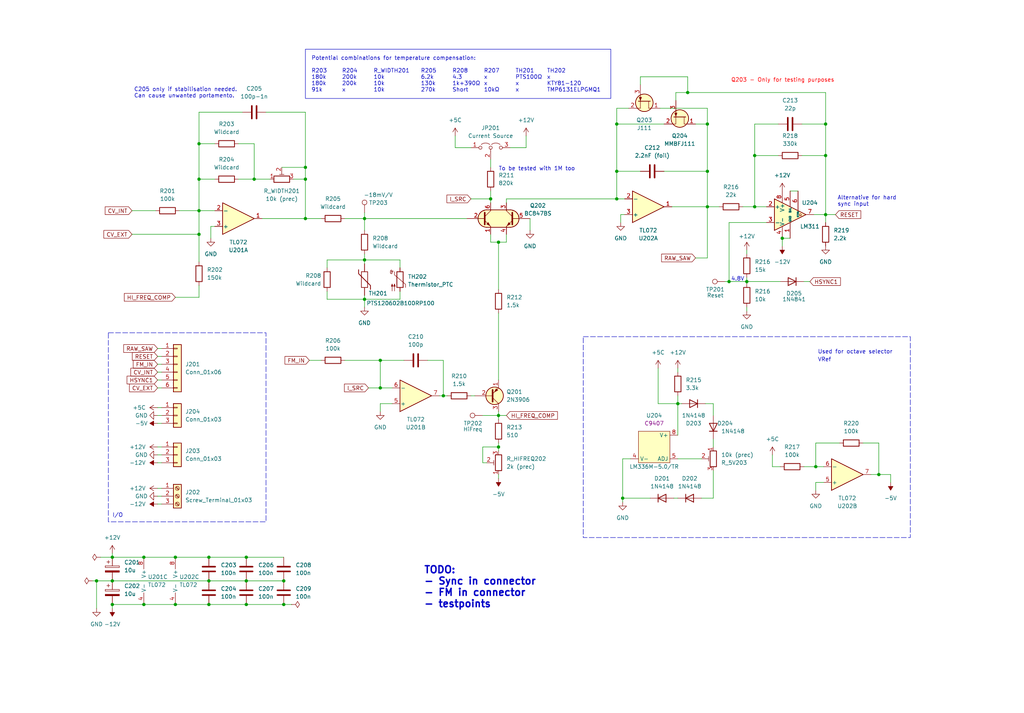
<source format=kicad_sch>
(kicad_sch (version 20230121) (generator eeschema)
  (paper "User" 329.997 229.997)
  (title_block (title "VCO Core") (rev "proto v2"))
  (junction (at 64.135 67.945))
  (junction (at 117.475 96.52))
  (junction (at 98.425 70.485))
  (junction (at 158.115 64.135))
  (junction (at 122.555 116.205))
  (junction (at 200.66 160.655))
  (junction (at 46.355 179.705))
  (junction (at 283.21 153.035))
  (junction (at 98.425 57.785))
  (junction (at 243.205 66.675))
  (junction (at 56.515 194.945))
  (junction (at 31.115 187.325))
  (junction (at 117.475 83.82))
  (junction (at 266.065 50.165))
  (junction (at 122.555 125.095))
  (junction (at 67.31 194.945))
  (junction (at 240.665 90.805))
  (junction (at 91.44 187.325))
  (junction (at 79.375 187.325))
  (junction (at 227.965 40.005))
  (junction (at 234.95 90.805))
  (junction (at 252.095 76.835))
  (junction (at 79.375 194.945))
  (junction (at 56.515 179.705))
  (junction (at 36.195 179.705))
  (junction (at 64.135 75.565))
  (junction (at 266.065 69.215))
  (junction (at 67.31 187.325))
  (junction (at 160.655 133.985))
  (junction (at 160.655 144.145))
  (junction (at 98.425 53.975))
  (junction (at 117.475 70.485))
  (junction (at 46.355 194.945))
  (junction (at 64.135 46.355))
  (junction (at 81.915 57.785))
  (junction (at 142.875 127.635))
  (junction (at 91.44 194.945))
  (junction (at 262.89 150.495))
  (junction (at 221.615 29.845))
  (junction (at 243.205 50.165))
  (junction (at 79.375 179.705))
  (junction (at 266.065 40.005))
  (junction (at 198.755 55.245))
  (junction (at 198.755 64.135))
  (junction (at 198.755 40.005))
  (junction (at 36.195 187.325))
  (junction (at 64.135 57.785))
  (junction (at 218.44 130.175))
  (junction (at 36.195 194.945))
  (junction (at 227.965 66.675))
  (junction (at 67.31 179.705))
  (junction (at 227.965 55.245))
  (junction (at 160.655 78.105))
  (wire (pts (xy 50.8 146.685) (xy 52.07 146.685)))
  (wire (pts (xy 117.475 70.485) (xy 150.495 70.485)))
  (wire (pts (xy 221.615 24.765) (xy 206.375 24.765)))
  (wire (pts (xy 243.205 66.675) (xy 247.015 66.675)))
  (wire (pts (xy 218.44 147.955) (xy 226.06 147.955)))
  (wire (pts (xy 36.195 179.705) (xy 46.355 179.705)))
  (wire (pts (xy 117.475 96.52) (xy 128.905 96.52)))
  (wire (pts (xy 270.51 142.875) (xy 262.89 142.875)))
  (wire (pts (xy 128.905 96.52) (xy 128.905 93.98)))
  (wire (pts (xy 98.425 53.975) (xy 98.425 57.785)))
  (wire (pts (xy 67.31 179.705) (xy 79.375 179.705)))
  (wire (pts (xy 50.8 114.935) (xy 52.07 114.935)))
  (wire (pts (xy 206.375 24.765) (xy 206.375 27.305)))
  (wire (pts (xy 50.8 144.145) (xy 52.07 144.145)))
  (wire (pts (xy 198.755 64.135) (xy 201.295 64.135)))
  (wire (pts (xy 240.665 80.645) (xy 240.665 81.915)))
  (wire (pts (xy 227.965 40.005) (xy 227.965 55.245)))
  (wire (pts (xy 137.795 116.205) (xy 142.875 116.205)))
  (wire (pts (xy 200.66 160.655) (xy 209.55 160.655)))
  (wire (pts (xy 258.445 40.005) (xy 266.065 40.005)))
  (wire (pts (xy 227.965 34.925) (xy 227.965 40.005)))
  (wire (pts (xy 64.135 75.565) (xy 64.135 67.945)))
  (wire (pts (xy 31.115 187.325) (xy 36.195 187.325)))
  (wire (pts (xy 160.655 133.985) (xy 160.655 135.255)))
  (wire (pts (xy 218.44 130.175) (xy 219.71 130.175)))
  (wire (pts (xy 52.07 122.555) (xy 50.8 122.555)))
  (wire (pts (xy 111.125 116.205) (xy 122.555 116.205)))
  (wire (pts (xy 227.965 83.185) (xy 224.155 83.185)))
  (wire (pts (xy 170.815 70.485) (xy 170.815 74.295)))
  (wire (pts (xy 50.8 157.48) (xy 52.07 157.48)))
  (wire (pts (xy 105.41 86.36) (xy 105.41 83.82)))
  (wire (pts (xy 50.8 112.395) (xy 52.07 112.395)))
  (wire (pts (xy 287.02 155.575) (xy 287.02 153.035)))
  (wire (pts (xy 233.68 90.805) (xy 234.95 90.805)))
  (wire (pts (xy 98.425 70.485) (xy 103.505 70.485)))
  (wire (pts (xy 203.2 147.955) (xy 200.66 147.955)))
  (wire (pts (xy 243.205 50.165) (xy 243.205 66.675)))
  (wire (pts (xy 198.755 34.925) (xy 198.755 40.005)))
  (wire (pts (xy 118.745 125.095) (xy 122.555 125.095)))
  (wire (pts (xy 163.195 75.565) (xy 163.195 78.105)))
  (wire (pts (xy 234.95 90.805) (xy 240.665 90.805)))
  (wire (pts (xy 122.555 130.175) (xy 122.555 132.715)))
  (wire (pts (xy 266.065 40.005) (xy 266.065 50.165)))
  (wire (pts (xy 227.965 66.675) (xy 231.775 66.675)))
  (wire (pts (xy 29.845 187.325) (xy 31.115 187.325)))
  (wire (pts (xy 169.545 43.815) (xy 169.545 47.625)))
  (wire (pts (xy 234.95 71.755) (xy 234.95 90.805)))
  (wire (pts (xy 36.195 194.945) (xy 46.355 194.945)))
  (wire (pts (xy 67.31 187.325) (xy 79.375 187.325)))
  (wire (pts (xy 130.175 116.205) (xy 122.555 116.205)))
  (wire (pts (xy 266.065 50.165) (xy 266.065 69.215)))
  (wire (pts (xy 117.475 96.52) (xy 117.475 95.25)))
  (wire (pts (xy 252.095 76.835) (xy 254.635 76.835)))
  (wire (pts (xy 163.195 65.405) (xy 163.195 64.135)))
  (wire (pts (xy 259.08 150.495) (xy 262.89 150.495)))
  (wire (pts (xy 155.575 133.985) (xy 160.655 133.985)))
  (wire (pts (xy 50.8 125.095) (xy 52.07 125.095)))
  (wire (pts (xy 226.06 160.655) (xy 229.87 160.655)))
  (wire (pts (xy 32.385 179.705) (xy 36.195 179.705)))
  (wire (pts (xy 76.835 46.355) (xy 81.915 46.355)))
  (wire (pts (xy 278.13 142.875) (xy 283.21 142.875)))
  (wire (pts (xy 79.375 187.325) (xy 91.44 187.325)))
  (wire (pts (xy 262.89 150.495) (xy 265.43 150.495)))
  (wire (pts (xy 229.87 130.175) (xy 229.87 133.985)))
  (wire (pts (xy 56.515 194.945) (xy 67.31 194.945)))
  (wire (pts (xy 227.965 55.245) (xy 227.965 66.675)))
  (wire (pts (xy 64.135 95.885) (xy 64.135 92.075)))
  (wire (pts (xy 240.665 99.06) (xy 240.665 100.33)))
  (wire (pts (xy 50.8 133.985) (xy 52.07 133.985)))
  (wire (pts (xy 36.195 178.435) (xy 36.195 179.705)))
  (wire (pts (xy 252.095 79.375) (xy 252.095 76.835)))
  (wire (pts (xy 117.475 99.06) (xy 117.475 96.52)))
  (wire (pts (xy 64.135 57.785) (xy 64.135 67.945)))
  (wire (pts (xy 200.025 69.215) (xy 200.025 71.755)))
  (wire (pts (xy 240.665 89.535) (xy 240.665 90.805)))
  (wire (pts (xy 243.205 40.005) (xy 243.205 50.165)))
  (wire (pts (xy 218.44 140.335) (xy 218.44 130.175)))
  (wire (pts (xy 126.365 130.175) (xy 122.555 130.175)))
  (wire (pts (xy 240.665 90.805) (xy 240.665 91.44)))
  (wire (pts (xy 160.655 142.875) (xy 160.655 144.145)))
  (wire (pts (xy 50.8 136.525) (xy 52.07 136.525)))
  (wire (pts (xy 76.835 57.785) (xy 81.915 57.785)))
  (wire (pts (xy 160.655 144.145) (xy 160.655 145.415)))
  (wire (pts (xy 79.375 179.705) (xy 91.44 179.705)))
  (wire (pts (xy 250.825 50.165) (xy 243.205 50.165)))
  (wire (pts (xy 50.8 160.02) (xy 52.07 160.02)))
  (wire (pts (xy 79.375 194.945) (xy 91.44 194.945)))
  (wire (pts (xy 105.41 96.52) (xy 117.475 96.52)))
  (wire (pts (xy 52.07 162.56) (xy 50.8 162.56)))
  (wire (pts (xy 50.8 131.445) (xy 52.07 131.445)))
  (wire (pts (xy 239.395 66.675) (xy 243.205 66.675)))
  (wire (pts (xy 229.87 151.765) (xy 229.87 160.655)))
  (wire (pts (xy 111.125 70.485) (xy 117.475 70.485)))
  (wire (pts (xy 36.195 187.325) (xy 67.31 187.325)))
  (wire (pts (xy 229.87 141.605) (xy 229.87 144.145)))
  (wire (pts (xy 202.565 34.925) (xy 198.755 34.925)))
  (wire (pts (xy 42.545 67.945) (xy 50.165 67.945)))
  (wire (pts (xy 250.825 40.005) (xy 243.205 40.005)))
  (wire (pts (xy 69.215 46.355) (xy 64.135 46.355)))
  (wire (pts (xy 91.44 194.945) (xy 93.98 194.945)))
  (wire (pts (xy 158.115 61.595) (xy 158.115 64.135)))
  (wire (pts (xy 64.135 57.785) (xy 69.215 57.785)))
  (wire (pts (xy 50.8 117.475) (xy 52.07 117.475)))
  (wire (pts (xy 117.475 68.58) (xy 117.475 70.485)))
  (wire (pts (xy 266.065 69.215) (xy 266.065 71.755)))
  (wire (pts (xy 213.995 55.245) (xy 227.965 55.245)))
  (wire (pts (xy 67.945 73.025) (xy 67.945 76.835)))
  (wire (pts (xy 46.355 179.705) (xy 56.515 179.705)))
  (wire (pts (xy 117.475 83.82) (xy 117.475 85.09)))
  (wire (pts (xy 265.43 155.575) (xy 262.89 155.575)))
  (wire (pts (xy 64.135 67.945) (xy 69.215 67.945)))
  (wire (pts (xy 200.66 147.955) (xy 200.66 160.655)))
  (wire (pts (xy 42.545 75.565) (xy 64.135 75.565)))
  (wire (pts (xy 221.615 29.845) (xy 221.615 24.765)))
  (wire (pts (xy 227.965 66.675) (xy 216.535 66.675)))
  (wire (pts (xy 128.905 83.82) (xy 117.475 83.82)))
  (wire (pts (xy 105.41 96.52) (xy 105.41 93.98)))
  (wire (pts (xy 198.755 40.005) (xy 213.995 40.005)))
  (wire (pts (xy 98.425 70.485) (xy 98.425 57.785)))
  (wire (pts (xy 50.8 120.015) (xy 52.07 120.015)))
  (wire (pts (xy 155.575 144.145) (xy 160.655 144.145)))
  (wire (pts (xy 57.785 67.945) (xy 64.135 67.945)))
  (wire (pts (xy 155.575 149.225) (xy 155.575 144.145)))
  (wire (pts (xy 259.08 90.805) (xy 260.985 90.805)))
  (wire (pts (xy 122.555 125.095) (xy 126.365 125.095)))
  (wire (pts (xy 218.44 118.745) (xy 218.44 120.015)))
  (wire (pts (xy 160.655 100.965) (xy 160.655 122.555)))
  (wire (pts (xy 217.805 29.845) (xy 217.805 32.385)))
  (wire (pts (xy 128.905 86.36) (xy 128.905 83.82)))
  (wire (pts (xy 67.31 194.945) (xy 79.375 194.945)))
  (wire (pts (xy 201.295 69.215) (xy 200.025 69.215)))
  (wire (pts (xy 158.115 78.105) (xy 160.655 78.105)))
  (wire (pts (xy 31.115 196.215) (xy 31.115 187.325)))
  (wire (pts (xy 212.725 34.925) (xy 227.965 34.925)))
  (wire (pts (xy 283.21 153.035) (xy 280.67 153.035)))
  (wire (pts (xy 160.655 132.715) (xy 160.655 133.985)))
  (wire (pts (xy 122.555 116.205) (xy 122.555 125.095)))
  (wire (pts (xy 158.115 51.435) (xy 158.115 53.975)))
  (wire (pts (xy 56.515 95.885) (xy 64.135 95.885)))
  (wire (pts (xy 141.605 127.635) (xy 142.875 127.635)))
  (wire (pts (xy 258.445 50.165) (xy 266.065 50.165)))
  (wire (pts (xy 283.21 142.875) (xy 283.21 153.035)))
  (wire (pts (xy 262.89 155.575) (xy 262.89 158.115)))
  (wire (pts (xy 198.755 55.245) (xy 198.755 64.135)))
  (wire (pts (xy 248.92 146.685) (xy 248.92 150.495)))
  (wire (pts (xy 240.665 90.805) (xy 251.46 90.805)))
  (wire (pts (xy 254.635 61.595) (xy 257.175 61.595)))
  (wire (pts (xy 248.92 150.495) (xy 251.46 150.495)))
  (wire (pts (xy 117.475 81.915) (xy 117.475 83.82)))
  (wire (pts (xy 105.41 83.82) (xy 117.475 83.82)))
  (wire (pts (xy 200.66 160.655) (xy 200.66 161.925)))
  (wire (pts (xy 160.655 78.105) (xy 163.195 78.105)))
  (wire (pts (xy 46.355 194.945) (xy 56.515 194.945)))
  (wire (pts (xy 64.135 36.195) (xy 64.135 46.355)))
  (wire (pts (xy 36.195 194.945) (xy 36.195 196.215)))
  (wire (pts (xy 142.875 116.205) (xy 142.875 127.635)))
  (wire (pts (xy 64.135 75.565) (xy 64.135 84.455)))
  (wire (pts (xy 224.155 40.005) (xy 227.965 40.005)))
  (wire (pts (xy 266.065 69.215) (xy 269.24 69.215)))
  (wire (pts (xy 158.115 64.135) (xy 158.115 65.405)))
  (wire (pts (xy 266.065 69.215) (xy 262.255 69.215)))
  (wire (pts (xy 234.95 71.755) (xy 247.015 71.755)))
  (wire (pts (xy 266.065 40.005) (xy 266.065 29.845)))
  (wire (pts (xy 217.17 160.655) (xy 218.44 160.655)))
  (wire (pts (xy 64.135 46.355) (xy 64.135 57.785)))
  (wire (pts (xy 218.44 127.635) (xy 218.44 130.175)))
  (wire (pts (xy 98.425 57.785) (xy 94.615 57.785)))
  (wire (pts (xy 142.875 127.635) (xy 144.145 127.635)))
  (wire (pts (xy 146.685 43.815) (xy 146.685 47.625)))
  (wire (pts (xy 169.545 47.625) (xy 164.465 47.625)))
  (wire (pts (xy 81.915 57.785) (xy 86.995 57.785)))
  (wire (pts (xy 198.755 40.005) (xy 198.755 55.245)))
  (wire (pts (xy 56.515 179.705) (xy 67.31 179.705)))
  (wire (pts (xy 50.8 149.225) (xy 52.07 149.225)))
  (wire (pts (xy 287.02 153.035) (xy 283.21 153.035)))
  (wire (pts (xy 158.115 75.565) (xy 158.115 78.105)))
  (wire (pts (xy 212.09 130.175) (xy 218.44 130.175)))
  (wire (pts (xy 117.475 70.485) (xy 117.475 74.295)))
  (wire (pts (xy 85.725 36.195) (xy 98.425 36.195)))
  (wire (pts (xy 227.33 130.175) (xy 229.87 130.175)))
  (wire (pts (xy 151.765 127.635) (xy 153.035 127.635)))
  (wire (pts (xy 160.655 133.985) (xy 163.195 133.985)))
  (wire (pts (xy 99.695 116.205) (xy 103.505 116.205)))
  (wire (pts (xy 206.375 55.245) (xy 198.755 55.245)))
  (wire (pts (xy 90.805 53.975) (xy 98.425 53.975)))
  (wire (pts (xy 262.89 142.875) (xy 262.89 150.495)))
  (wire (pts (xy 160.655 153.035) (xy 160.655 154.305)))
  (wire (pts (xy 84.455 70.485) (xy 98.425 70.485)))
  (wire (pts (xy 156.845 149.225) (xy 155.575 149.225)))
  (wire (pts (xy 217.805 29.845) (xy 221.615 29.845)))
  (wire (pts (xy 69.215 73.025) (xy 67.945 73.025)))
  (wire (pts (xy 212.09 118.745) (xy 212.09 130.175)))
  (wire (pts (xy 146.685 47.625) (xy 151.765 47.625)))
  (wire (pts (xy 81.915 46.355) (xy 81.915 57.785)))
  (wire (pts (xy 221.615 29.845) (xy 266.065 29.845)))
  (wire (pts (xy 227.965 66.675) (xy 227.965 83.185)))
  (wire (pts (xy 163.195 64.135) (xy 198.755 64.135)))
  (wire (pts (xy 151.765 64.135) (xy 158.115 64.135)))
  (wire (pts (xy 78.105 36.195) (xy 64.135 36.195)))
  (wire (pts (xy 98.425 36.195) (xy 98.425 53.975)))
  (wire (pts (xy 160.655 78.105) (xy 160.655 93.345)))
  (rectangle (start 187.96 108.585) (end 293.37 173.355) (stroke (width 0) (type dash)))
  (rectangle (start 98.425 15.875) (end 196.85 31.75))
  (rectangle (start 34.925 107.315) (end 85.725 168.275) (stroke (width 0) (type dash)))
  (text "TODO:\n- Sync in connector\n- FM in connector\n- testpoints" (at 136.525 196.215 0) (effects (font (size 2.27 2.27) (thickness 0.454) bold) (justify left bottom)))
  (text "Alternative for hard \nsync input" (at 269.875 66.675 0) (effects (font (size 1.27 1.27)) (justify left bottom)))
  (text "C205 only if stabilisation needed.\nCan cause unwanted portamento." (at 43.18 31.75 0) (effects (font (size 1.27 1.27)) (justify left bottom)))
  (text "Q203 - Only for testing purposes" (at 235.585 26.67 0) (effects (font (size 1.27 1.27)) (justify left bottom)))
  (text "VRef" (at 263.525 116.84 0) (effects (font (size 1.27 1.27)) (justify left bottom)))
  (text "To be tested with 1M too" (at 160.655 55.245 0) (effects (font (size 1.27 1.27)) (justify left bottom)))
  (text "I/O" (at 36.195 167.005 0) (effects (font (size 1.27 1.27)) (justify left bottom)))
  (text "4.8V" (at 235.585 90.805 0) (effects (font (size 1.27 1.27)) (justify left bottom)))
  (text "Used for octave selector" (at 263.525 114.3 0) (effects (font (size 1.27 1.27)) (justify left bottom)))
  (text "Potential combinations for temperature compensation:\n\nR203	R204	R_WIDTH201	R205	R208	R207	TH201	TH202\n180k	200k	10k			6.2k	4.3		x		PTS100Ω	x\n180k	200k	10k			130k	1k+390Ω	x		x		KTY81-120\n91k		x		10k			270k	Short	10kΩ	x		TMP6131ELPGMQ1" (at 100.33 29.845 0) (effects (font (size 1.27 1.27)) (justify left bottom)))
  (global_label "HI_FREQ_COMP" (shape input) (at 163.195 133.985 0) (property "Intersheetrefs" "${INTERSHEET_REFS}" (effects hide)))
  (global_label "HSYNC1" (shape input) (at 260.985 90.805 0) (property "Intersheetrefs" "${INTERSHEET_REFS}" (effects hide)))
  (global_label "I_SRC" (shape input) (at 151.765 64.135 180) (property "Intersheetrefs" "${INTERSHEET_REFS}" (effects hide)))
  (global_label "RESET" (shape input) (at 269.24 69.215 0) (property "Intersheetrefs" "${INTERSHEET_REFS}" (effects hide)))
  (global_label "CV_INT" (shape input) (at 50.8 120.015 180) (property "Intersheetrefs" "${INTERSHEET_REFS}" (effects hide)))
  (global_label "CV_EXT" (shape input) (at 42.545 75.565 180) (property "Intersheetrefs" "${INTERSHEET_REFS}" (effects hide)))
  (global_label "RESET" (shape input) (at 50.8 114.935 180) (property "Intersheetrefs" "${INTERSHEET_REFS}" (effects hide)))
  (global_label "CV_EXT" (shape input) (at 50.8 125.095 180) (property "Intersheetrefs" "${INTERSHEET_REFS}" (effects hide)))
  (global_label "HSYNC1" (shape input) (at 50.8 122.555 180) (property "Intersheetrefs" "${INTERSHEET_REFS}" (effects hide)))
  (global_label "RAW_SAW" (shape input) (at 50.8 112.395 180) (property "Intersheetrefs" "${INTERSHEET_REFS}" (effects hide)))
  (global_label "FM_IN" (shape input) (at 50.8 117.475 180) (property "Intersheetrefs" "${INTERSHEET_REFS}" (effects hide)))
  (global_label "FM_IN" (shape input) (at 99.695 116.205 180) (property "Intersheetrefs" "${INTERSHEET_REFS}" (effects hide)))
  (global_label "HI_FREQ_COMP" (shape input) (at 56.515 95.885 180) (property "Intersheetrefs" "${INTERSHEET_REFS}" (effects hide)))
  (global_label "I_SRC" (shape input) (at 118.745 125.095 180) (property "Intersheetrefs" "${INTERSHEET_REFS}" (effects hide)))
  (global_label "RAW_SAW" (shape input) (at 224.155 83.185 180) (property "Intersheetrefs" "${INTERSHEET_REFS}" (effects hide)))
  (global_label "CV_INT" (shape input) (at 42.545 67.945 180) (property "Intersheetrefs" "${INTERSHEET_REFS}" (effects hide)))
  (symbol (lib_id "power:-12V") (at 50.8 149.225 90) (unit 1)
    (property "Reference" "#PWR045" (effects hide))
    (property "Value" "-12V" (at 46.99 149.225 90) (effects (justify left)))
    (instances (project "A-psu-voice-proto-4l" (path "" (reference "#PWR045") (unit 1))) (project "psu-voice-v2" (path "" (reference "#PWR0229") (unit 1))) (project "hog-v2-voice-proto" (path "" (reference "#PWR0207") (unit 1))))
  )
  (symbol (lib_id "Device:C") (at 67.31 183.515 0) (unit 1)
    (property "Reference" "C203" (at 71.12 182.245 0) (effects (justify left)))
    (property "Value" "100n" (at 71.12 184.785 0) (effects (justify left)))
    (property "Footprint" "Capacitor_SMD:C_0603_1608Metric" (effects hide))
    (property "LCSC" "C14663" (effects hide))
  )
  (symbol (lib_id "Device:D") (at 255.27 90.805 180) (unit 1) (in_bom no)
    (property "Reference" "D205" (at 255.905 94.615 0))
    (property "Value" "1N4841" (at 255.905 96.52 0))
    (property "Footprint" "Diode_THT:D_DO-35_SOD27_P2.54mm_Vertical_AnodeUp" (effects hide))
    (property "Sim.Device" "D" (effects hide))
    (property "Sim.Pins" "1=K 2=A" (effects hide))
  )
  (symbol (lib_id "Device:R") (at 107.315 70.485 90) (unit 1) (in_bom no)
    (property "Reference" "R205" (at 107.315 64.135 90))
    (property "Value" "Wildcard" (at 107.315 66.675 90))
    (property "Footprint" "Shmoergh_Custom_Footprints:R_Axial_DIN0207_L6.3mm_D2.5mm_P7.62mm_Horizontal" (effects hide))
    (property "Hestore" "https://www.hestore.hu/prod_10020536.html" (effects hide))
  )
  (symbol (lib_id "Device:C") (at 67.31 191.135 0) (unit 1)
    (property "Reference" "C204" (at 71.12 189.865 0) (effects (justify left)))
    (property "Value" "100n" (at 71.12 192.405 0) (effects (justify left)))
    (property "Footprint" "Capacitor_SMD:C_0603_1608Metric" (effects hide))
    (property "LCSC" "C14663" (effects hide))
  )
  (symbol (lib_id "Jumper:Jumper_3_Open") (at 158.115 47.625 0) (unit 1) (in_bom no)
    (property "Reference" "JP201" (at 158.115 41.275 0))
    (property "Value" "Current Source" (at 158.115 43.815 0))
    (property "Footprint" "Connector_PinHeader_2.54mm:PinHeader_1x03_P2.54mm_Vertical" (effects hide))
  )
  (symbol (lib_id "power:GND") (at 31.115 196.215 0) (unit 1)
    (property "Reference" "#PWR039" (effects hide))
    (property "Value" "GND" (at 31.115 201.295 0))
    (instances (project "A-psu-voice-proto-4l" (path "" (reference "#PWR039") (unit 1))) (project "psu-voice-v2" (path "" (reference "#PWR0201") (unit 1))) (project "hog-v2-voice-proto" (path "" (reference "#PWR0201") (unit 1))))
  )
  (symbol (lib_id "PCM_Transistor_BJT_AKL:BC847BS") (at 160.655 70.485 0) (unit 1)
    (property "Reference" "Q202" (at 173.355 66.2941 0))
    (property "Value" "BC847BS" (at 173.355 68.8341 0))
    (property "Footprint" "Package_TO_SOT_SMD:SOT-363_SC-70-6" (effects hide))
    (property "Datasheet" "https://www.tme.eu/Document/82748fbc26f250e671ae2786c3be5a04/BC847BS.115.pdf" (effects hide))
    (property "LCSC" "C699265" (effects hide))
  )
  (symbol (lib_id "Device:R") (at 73.025 57.785 90) (unit 1) (in_bom no)
    (property "Reference" "R204" (at 73.025 51.435 90))
    (property "Value" "Wildcard" (at 73.025 53.975 90))
    (property "Footprint" "Shmoergh_Custom_Footprints:R_Axial_DIN0207_L6.3mm_D2.5mm_P7.62mm_Horizontal" (effects hide))
    (property "Hestore" "https://www.hestore.hu/prod_10020569.html" (effects hide))
  )
  (symbol (lib_id "Device:C") (at 79.375 183.515 0) (unit 1)
    (property "Reference" "C206" (at 83.185 182.245 0) (effects (justify left)))
    (property "Value" "100n" (at 83.185 184.785 0) (effects (justify left)))
    (property "Footprint" "Capacitor_SMD:C_0603_1608Metric" (effects hide))
    (property "LCSC" "C14663" (effects hide))
  )
  (symbol (lib_id "power:GND") (at 117.475 99.06 0) (unit 1)
    (property "Reference" "#PWR049" (effects hide))
    (property "Value" "GND" (at 117.475 104.14 0))
    (instances (project "A-psu-voice-proto-4l" (path "" (reference "#PWR049") (unit 1))) (project "psu-voice-v2" (path "" (reference "#PWR0211") (unit 1))) (project "hog-v2-voice-proto" (path "" (reference "#PWR0211") (unit 1))))
  )
  (symbol (lib_id "Device:R") (at 240.665 85.725 180) (unit 1)
    (property "Reference" "R216" (at 243.205 84.455 0) (effects (justify right)))
    (property "Value" "15k" (at 243.205 86.995 0) (effects (justify right)))
    (property "Footprint" "Resistor_SMD:R_0603_1608Metric" (effects hide))
    (property "LCSC" "C22809" (effects hide))
    (instances (project "A-psu-voice-proto-4l" (path "" (reference "R216") (unit 1))) (project "psu-voice-v2" (path "" (reference "R209") (unit 1))) (project "hog-v2-voice-proto" (path "" (reference "R216") (unit 1))))
  )
  (symbol (lib_id "power:GND") (at 170.815 74.295 0) (unit 1)
    (property "Reference" "#PWR055" (effects hide))
    (property "Value" "GND" (at 170.815 79.375 0))
    (instances (project "A-psu-voice-proto-4l" (path "" (reference "#PWR055") (unit 1))) (project "psu-voice-v2" (path "" (reference "#PWR0216") (unit 1))) (project "hog-v2-voice-proto" (path "" (reference "#PWR0217") (unit 1))))
  )
  (symbol (lib_id "Device:R") (at 235.585 66.675 90) (unit 1)
    (property "Reference" "R216" (at 235.585 60.325 90))
    (property "Value" "22k" (at 235.585 62.865 90))
    (property "Footprint" "Resistor_SMD:R_0603_1608Metric" (effects hide))
    (property "LCSC" "C31850" (effects hide))
    (instances (project "A-psu-voice-proto-4l" (path "" (reference "R216") (unit 1))) (project "psu-voice-v2" (path "" (reference "R215") (unit 1))) (project "hog-v2-voice-proto" (path "" (reference "R216") (unit 1))))
  )
  (symbol (lib_id "Device:R_Potentiometer_Trim") (at 160.655 149.225 180) (unit 1) (in_bom no)
    (property "Reference" "R_HIFREQ202" (at 163.195 147.955 0) (effects (justify right)))
    (property "Value" "2k (prec)" (at 163.195 150.495 0) (effects (justify right)))
    (property "Footprint" "Potentiometer_THT:Potentiometer_Bourns_3296W_Vertical" (effects hide))
    (property "Hestore" "https://www.hestore.hu/prod_10041247.html" (effects hide))
    (instances (project "A-psu-voice-proto-4l" (path "" (reference "R_HIFREQ202") (unit 1))) (project "psu-voice-v2" (path "" (reference "R_HIFREQ201") (unit 1))) (project "hog-v2-voice-proto" (path "" (reference "R_HIFREQ202") (unit 1))))
  )
  (symbol (lib_id "Device:R_Potentiometer_Trim") (at 90.805 57.785 90) (unit 1) (in_bom no)
    (property "Reference" "R_WIDTH201" (at 90.805 61.595 90))
    (property "Value" "10k (prec)" (at 90.805 64.135 90))
    (property "Footprint" "Potentiometer_THT:Potentiometer_Bourns_3296W_Vertical" (effects hide))
    (property "Hestore" "https://www.hestore.hu/prod_10041247.html" (effects hide))
  )
  (symbol (lib_id "Connector_Generic:Conn_01x06") (at 57.15 117.475 0) (unit 1) (in_bom no)
    (property "Reference" "J201" (at 59.69 117.475 0) (effects (justify left)))
    (property "Value" "Conn_01x06" (at 59.69 120.015 0) (effects (justify left)))
    (property "Footprint" "Connector_PinHeader_2.54mm:PinHeader_1x06_P2.54mm_Vertical" (effects hide))
  )
  (symbol (lib_id "power:PWR_FLAG") (at 29.845 187.325 90) (unit 1)
    (property "Reference" "#FLG06" (effects hide))
    (property "Value" "PWR_FLAG" (effects hide))
    (instances (project "A-psu-voice-proto-4l" (path "" (reference "#FLG06") (unit 1))) (project "psu-voice-v2" (path "" (reference "#FLG0201") (unit 1))) (project "hog-v2-voice-proto" (path "" (reference "#FLG0201") (unit 1))))
  )
  (symbol (lib_id "power:GND") (at 50.8 146.685 270) (unit 1)
    (property "Reference" "#PWR043" (effects hide))
    (property "Value" "GND" (at 47.625 146.685 90) (effects (justify right)))
    (instances (project "A-psu-voice-proto-4l" (path "" (reference "#PWR043") (unit 1))) (project "psu-voice-v2" (path "" (reference "#PWR0230") (unit 1))) (project "hog-v2-voice-proto" (path "" (reference "#PWR0205") (unit 1))))
  )
  (symbol (lib_id "Device:R") (at 117.475 78.105 0) (unit 1) (in_bom no)
    (property "Reference" "R208" (at 120.015 76.835 0) (effects (justify left)))
    (property "Value" "Wildcard" (at 120.015 79.375 0) (effects (justify left)))
    (property "Footprint" "Shmoergh_Custom_Footprints:R_Axial_DIN0207_L6.3mm_D2.5mm_P7.62mm_Horizontal" (effects hide))
    (property "Hestore" "https://www.hestore.hu/prod_10034264.html" (effects hide))
  )
  (symbol (lib_id "Amplifier_Operational:TL072") (at 59.055 187.325 0) (unit 3)
    (property "Reference" "U202" (at 57.785 186.055 0) (effects (justify left)))
    (property "Value" "TL072" (at 57.785 188.595 0) (effects (justify left)))
    (property "Footprint" "Package_SO:SOIC-8_3.9x4.9mm_P1.27mm" (effects hide))
    (property "Datasheet" "http://www.ti.com/lit/ds/symlink/tl071.pdf" (effects hide))
    (property "LCSC" "C6961" (effects hide))
  )
  (symbol (lib_id "power:GND") (at 50.8 133.985 270) (unit 1)
    (property "Reference" "#PWR047" (effects hide))
    (property "Value" "GND" (at 47.625 133.985 90) (effects (justify right)))
    (instances (project "A-psu-voice-proto-4l" (path "" (reference "#PWR047") (unit 1))) (project "psu-voice-v2" (path "" (reference "#PWR0209") (unit 1))) (project "hog-v2-voice-proto" (path "" (reference "#PWR0209") (unit 1))))
  )
  (symbol (lib_id "Device:R_Potentiometer_Trim") (at 229.87 147.955 0) (mirror y) (unit 1) (in_bom no)
    (property "Reference" "R_5V203" (at 232.41 149.225 0) (effects (justify right)))
    (property "Value" "10k (prec)" (at 232.41 146.685 0) (effects (justify right)))
    (property "Footprint" "Potentiometer_THT:Potentiometer_Bourns_3296W_Vertical" (effects hide))
    (property "Hestore" "https://www.hestore.hu/prod_10041247.html" (effects hide))
    (instances (project "A-psu-voice-proto-4l" (path "" (reference "R_5V203") (unit 1))) (project "psu-voice-v2" (path "" (reference "R_5V201") (unit 1))) (project "hog-v2-voice-proto" (path "" (reference "R_5V203") (unit 1))))
  )
  (symbol (lib_id "Device:R") (at 160.655 139.065 0) (unit 1)
    (property "Reference" "R213" (at 163.195 137.795 0) (effects (justify left)))
    (property "Value" "510" (at 163.195 140.335 0) (effects (justify left)))
    (property "Footprint" "Resistor_SMD:R_0603_1608Metric" (effects hide))
    (property "LCSC" "C23193" (effects hide))
  )
  (symbol (lib_id "power:-12V") (at 36.195 196.215 180) (unit 1)
    (property "Reference" "#PWR041" (effects hide))
    (property "Value" "-12V" (at 36.195 201.295 0))
    (instances (project "A-psu-voice-proto-4l" (path "" (reference "#PWR041") (unit 1))) (project "psu-voice-v2" (path "" (reference "#PWR0203") (unit 1))) (project "hog-v2-voice-proto" (path "" (reference "#PWR0203") (unit 1))))
  )
  (symbol (lib_id "Device:R") (at 73.025 46.355 90) (unit 1) (in_bom no)
    (property "Reference" "R203" (at 73.025 40.005 90))
    (property "Value" "Wildcard" (at 73.025 42.545 90))
    (property "Footprint" "Shmoergh_Custom_Footprints:R_Axial_DIN0207_L6.3mm_D2.5mm_P7.62mm_Horizontal" (effects hide))
    (property "Hestore" "https://www.hestore.hu/prod_10020570.html" (effects hide))
  )
  (symbol (lib_id "power:GND") (at 200.66 161.925 0) (unit 1)
    (property "Reference" "#PWR057" (effects hide))
    (property "Value" "GND" (at 200.66 167.005 0))
    (instances (project "A-psu-voice-proto-4l" (path "" (reference "#PWR057") (unit 1))) (project "psu-voice-v2" (path "" (reference "#PWR0217") (unit 1))) (project "hog-v2-voice-proto" (path "" (reference "#PWR0219") (unit 1))))
  )
  (symbol (lib_id "Device:D") (at 223.52 130.175 0) (mirror y) (unit 1)
    (property "Reference" "D203" (at 223.52 136.525 0))
    (property "Value" "1N4148" (at 223.52 133.985 0))
    (property "Footprint" "Diode_SMD:D_SOD-123" (effects hide))
    (property "Sim.Device" "D" (effects hide))
    (property "Sim.Pins" "1=K 2=A" (effects hide))
    (property "LCSC" "C81598" (effects hide))
  )
  (symbol (lib_id "Device:D") (at 229.87 137.795 270) (mirror x) (unit 1)
    (property "Reference" "D204" (at 233.68 136.525 90))
    (property "Value" "1N4148" (at 236.22 139.065 90))
    (property "Footprint" "Diode_SMD:D_SOD-123" (effects hide))
    (property "Sim.Device" "D" (effects hide))
    (property "Sim.Pins" "1=K 2=A" (effects hide))
    (property "LCSC" "C81598" (effects hide))
  )
  (symbol (lib_id "power:+5C") (at 248.92 146.685 0) (unit 1)
    (property "Reference" "#PWR066" (effects hide))
    (property "Value" "+5C" (at 248.92 141.605 0))
    (instances (project "A-psu-voice-proto-4l" (path "" (reference "#PWR066") (unit 1))) (project "psu-voice-v2" (path "" (reference "#PWR0222") (unit 1))))
  )
  (symbol (lib_id "Connector:TestPoint") (at 155.575 133.985 90) (unit 1) (in_bom no)
    (property "Reference" "TP202" (at 152.4 136.525 90))
    (property "Value" "HiFreq" (at 152.4 138.43 90))
    (property "Footprint" "TestPoint:TestPoint_THTPad_2.0x2.0mm_Drill1.0mm" (effects hide))
  )
  (symbol (lib_id "power:+12V") (at 169.545 43.815 0) (unit 1)
    (property "Reference" "#PWR054" (effects hide))
    (property "Value" "+12V" (at 169.545 38.735 0))
    (instances (project "A-psu-voice-proto-4l" (path "" (reference "#PWR054") (unit 1))) (project "psu-voice-v2" (path "" (reference "#PWR0215") (unit 1))) (project "hog-v2-voice-proto" (path "" (reference "#PWR0216") (unit 1))))
  )
  (symbol (lib_id "power:+12V") (at 50.8 157.48 90) (unit 1)
    (property "Reference" "#PWR044" (effects hide))
    (property "Value" "+12V" (at 46.99 157.48 90) (effects (justify left)))
    (instances (project "A-psu-voice-proto-4l" (path "" (reference "#PWR044") (unit 1))) (project "psu-voice-v2" (path "" (reference "#PWR0206") (unit 1))) (project "hog-v2-voice-proto" (path "" (reference "#PWR0206") (unit 1))))
  )
  (symbol (lib_id "power:-12V") (at 252.095 79.375 180) (unit 1)
    (property "Reference" "#PWR041" (effects hide))
    (property "Value" "-12V" (at 252.095 84.455 0))
    (instances (project "A-psu-voice-proto-4l" (path "" (reference "#PWR041") (unit 1))) (project "psu-voice-v2" (path "" (reference "#PWR0224") (unit 1))) (project "hog-v2-voice-proto" (path "" (reference "#PWR0203") (unit 1))))
  )
  (symbol (lib_id "PCM_Transistor_JFET_AKL:J111") (at 207.645 32.385 270) (unit 1) (in_bom no)
    (property "Reference" "Q203" (at 207.645 38.735 90))
    (property "Value" "J111" (at 207.645 41.275 90))
    (property "Footprint" "PCM_Package_TO_SOT_THT_AKL:TO-92_Inline_Wide" (effects hide))
    (property "Datasheet" "https://www.tme.eu/Document/2ab8d7a6d6d8a209f9d7deeb52763e9f/J111.pdf" (effects hide))
  )
  (symbol (lib_id "Device:C") (at 133.985 116.205 90) (unit 1)
    (property "Reference" "C210" (at 133.985 108.585 90))
    (property "Value" "100p" (at 133.985 111.125 90))
    (property "Footprint" "Capacitor_SMD:C_0603_1608Metric" (effects hide))
    (property "LCSC" "C14858" (effects hide))
  )
  (symbol (lib_id "power:+12V") (at 36.195 178.435 0) (unit 1)
    (property "Reference" "#PWR040" (effects hide))
    (property "Value" "+12V" (at 36.195 173.355 0))
    (instances (project "A-psu-voice-proto-4l" (path "" (reference "#PWR040") (unit 1))) (project "psu-voice-v2" (path "" (reference "#PWR0202") (unit 1))) (project "hog-v2-voice-proto" (path "" (reference "#PWR0202") (unit 1))))
  )
  (symbol (lib_id "Device:Thermistor_PTC") (at 128.905 90.17 0) (unit 1) (in_bom no)
    (property "Reference" "TH202" (at 131.445 89.2175 0) (effects (justify left)))
    (property "Value" "Thermistor_PTC" (at 131.445 91.7575 0) (effects (justify left)))
    (property "Footprint" "Package_TO_SOT_THT:TO-92-2" (effects hide))
    (property "KTY81-120" "https://hu.farnell.com/nxp/kty81-120-112/temperature-sensor-1k02-sod-70/dp/2776059?ost=kty81%2F120" (effects hide))
    (property "TMP6131ELPGMQ1" "https://hu.mouser.com/ProductDetail/Texas-Instruments/TMP6131ELPGMQ1?qs=BJlw7L4Cy795t85NOF3x2g%3D%3D" (effects hide))
  )
  (symbol (lib_id "Device:C") (at 210.185 55.245 90) (unit 1) (in_bom no)
    (property "Reference" "C212" (at 210.185 47.625 90))
    (property "Value" "2.2nF (foil)" (at 210.185 50.165 90))
    (property "Footprint" "Capacitor_THT:C_Rect_L7.2mm_W2.5mm_P5.00mm_FKS2_FKP2_MKS2_MKP2" (effects hide))
    (property "Hestore" "https://www.hestore.hu/prod_10022498.html" (effects hide))
    (instances (project "A-psu-voice-proto-4l" (path "" (reference "C212") (unit 1))) (project "psu-voice-v2" (path "" (reference "C211") (unit 1))) (project "hog-v2-voice-proto" (path "" (reference "C212") (unit 1))))
  )
  (symbol (lib_id "Amplifier_Operational:TL072") (at 208.915 66.675 0) (mirror x) (unit 1)
    (property "Reference" "U202" (at 208.915 76.835 0))
    (property "Value" "TL072" (at 208.915 74.295 0))
    (property "Footprint" "Package_SO:SOIC-8_3.9x4.9mm_P1.27mm" (effects hide))
    (property "Datasheet" "http://www.ti.com/lit/ds/symlink/tl071.pdf" (effects hide))
    (property "LCSC" "C6961" (effects hide))
  )
  (symbol (lib_id "Device:R") (at 53.975 67.945 90) (unit 1)
    (property "Reference" "R201" (at 53.975 61.595 90))
    (property "Value" "100k" (at 53.975 64.135 90))
    (property "Footprint" "Resistor_SMD:R_0603_1608Metric" (effects hide))
    (property "LCSC" "C25803" (effects hide))
  )
  (symbol (lib_id "power:-5V") (at 287.02 155.575 180) (unit 1)
    (property "Reference" "#PWR065" (effects hide))
    (property "Value" "-5V" (at 287.02 160.655 0))
    (instances (project "A-psu-voice-proto-4l" (path "" (reference "#PWR065") (unit 1))) (project "psu-voice-v2" (path "" (reference "#PWR0227") (unit 1))) (project "hog-v2-voice-proto" (path "" (reference "#PWR0227") (unit 1))))
  )
  (symbol (lib_id "Amplifier_Operational:TL072") (at 76.835 70.485 0) (mirror x) (unit 1)
    (property "Reference" "U201" (at 76.835 80.645 0))
    (property "Value" "TL072" (at 76.835 78.105 0))
    (property "Footprint" "Package_SO:SOIC-8_3.9x4.9mm_P1.27mm" (effects hide))
    (property "Datasheet" "http://www.ti.com/lit/ds/symlink/tl071.pdf" (effects hide))
    (property "LCSC" "C6961" (effects hide))
  )
  (symbol (lib_id "Connector:TestPoint") (at 233.68 90.805 90) (unit 1) (in_bom no)
    (property "Reference" "TP201" (at 230.505 93.345 90))
    (property "Value" "Reset" (at 230.505 95.25 90))
    (property "Footprint" "TestPoint:TestPoint_THTPad_2.0x2.0mm_Drill1.0mm" (effects hide))
  )
  (symbol (lib_id "Device:R") (at 266.065 75.565 0) (unit 1)
    (property "Reference" "R219" (at 268.605 74.295 0) (effects (justify left)))
    (property "Value" "2.2k" (at 268.605 76.835 0) (effects (justify left)))
    (property "Footprint" "Resistor_SMD:R_0603_1608Metric" (effects hide))
    (property "LCSC" "C4190" (effects hide))
    (instances (project "A-psu-voice-proto-4l" (path "" (reference "R219") (unit 1))) (project "psu-voice-v2" (path "" (reference "R218") (unit 1))) (project "hog-v2-voice-proto" (path "" (reference "R219") (unit 1))))
  )
  (symbol (lib_id "power:+5C") (at 146.685 43.815 0) (unit 1)
    (property "Reference" "#PWR052" (effects hide))
    (property "Value" "+5C" (at 146.685 38.735 0))
    (instances (project "A-psu-voice-proto-4l" (path "" (reference "#PWR052") (unit 1))) (project "psu-voice-v2" (path "" (reference "#PWR0213") (unit 1))))
  )
  (symbol (lib_id "Comparator:LM311") (at 254.635 69.215 0) (unit 1)
    (property "Reference" "U204" (at 260.985 65.405 0))
    (property "Value" "LM311" (at 260.985 73.025 0))
    (property "Footprint" "Package_SO:SOIC-8_3.9x4.9mm_P1.27mm" (effects hide))
    (property "Datasheet" "https://www.st.com/resource/en/datasheet/lm311.pdf" (effects hide))
    (property "LCSC" "C12597" (effects hide))
  )
  (symbol (lib_id "Device:Thermistor") (at 117.475 90.17 0) (unit 1) (in_bom no)
    (property "Reference" "TH201" (at 118.745 94.615 0) (effects (justify left)))
    (property "Value" "PTS120602B100RP100" (at 118.11 97.79 0) (effects (justify left)))
    (property "Footprint" "Resistor_SMD:R_1206_3216Metric" (effects hide))
    (property "LCSC" "C141518" (effects hide))
    (property "Mouser" "https://hu.mouser.com/ProductDetail/Vishay-Beyschlag/PTS120602B100RP100?qs=u16ybLDytRYSiE5LpB8agA%3D%3D" (effects hide))
  )
  (symbol (lib_id "PCM_Transistor_BJT_AKL:2N3906") (at 158.115 127.635 0) (unit 1) (in_bom no)
    (property "Reference" "Q201" (at 163.195 126.365 0) (effects (justify left)))
    (property "Value" "2N3906" (at 163.195 128.905 0) (effects (justify left)))
    (property "Footprint" "Package_TO_SOT_THT:TO-92L_Inline_Wide" (effects hide))
    (property "Datasheet" "https://www.tme.eu/Document/1d69ece8147fa5a64114d103f531c790/2N3906BU.pdf" (effects hide))
  )
  (symbol (lib_id "Amplifier_Operational:TL072") (at 273.05 153.035 0) (mirror x) (unit 2)
    (property "Reference" "U202" (at 273.05 163.195 0))
    (property "Value" "TL072" (at 273.05 160.655 0))
    (property "Footprint" "Package_SO:SOIC-8_3.9x4.9mm_P1.27mm" (effects hide))
    (property "Datasheet" "http://www.ti.com/lit/ds/symlink/tl071.pdf" (effects hide))
    (property "LCSC" "C6961" (effects hide))
  )
  (symbol (lib_id "power:GND") (at 67.945 76.835 0) (unit 1)
    (property "Reference" "#PWR048" (effects hide))
    (property "Value" "GND" (at 67.945 81.915 0))
    (instances (project "A-psu-voice-proto-4l" (path "" (reference "#PWR048") (unit 1))) (project "psu-voice-v2" (path "" (reference "#PWR0210") (unit 1))) (project "hog-v2-voice-proto" (path "" (reference "#PWR0210") (unit 1))))
  )
  (symbol (lib_id "Connector_Generic:Conn_01x03") (at 57.15 133.985 0) (unit 1) (in_bom no)
    (property "Reference" "J204" (at 59.69 132.715 0) (effects (justify left)))
    (property "Value" "Conn_01x03" (at 59.69 135.255 0) (effects (justify left)))
    (property "Footprint" "Connector_PinHeader_2.54mm:PinHeader_1x03_P2.54mm_Vertical" (effects hide))
  )
  (symbol (lib_id "Connector:TestPoint") (at 117.475 68.58 0) (unit 1) (in_bom no)
    (property "Reference" "TP203" (at 121.92 65.405 0))
    (property "Value" "-18mV/V" (at 121.92 62.865 0))
    (property "Footprint" "TestPoint:TestPoint_THTPad_2.0x2.0mm_Drill1.0mm" (effects hide))
  )
  (symbol (lib_id "power:-5V") (at 50.8 136.525 90) (unit 1)
    (property "Reference" "#PWR042" (effects hide))
    (property "Value" "-5V" (at 47.625 136.525 90) (effects (justify left)))
    (instances (project "A-psu-voice-proto-4l" (path "" (reference "#PWR042") (unit 1))) (project "psu-voice-v2" (path "" (reference "#PWR0204") (unit 1))) (project "hog-v2-voice-proto" (path "" (reference "#PWR0204") (unit 1))))
  )
  (symbol (lib_id "power:+5C") (at 212.09 118.745 0) (unit 1)
    (property "Reference" "#PWR059" (effects hide))
    (property "Value" "+5C" (at 212.09 113.665 0))
    (instances (project "A-psu-voice-proto-4l" (path "" (reference "#PWR059") (unit 1))) (project "psu-voice-v2" (path "" (reference "#PWR0219") (unit 1))))
  )
  (symbol (lib_id "Connector:Screw_Terminal_01x03") (at 57.15 160.02 0) (unit 1) (in_bom no)
    (property "Reference" "J202" (at 59.69 158.75 0) (effects (justify left)))
    (property "Value" "Screw_Terminal_01x03" (at 59.69 161.29 0) (effects (justify left)))
    (property "Footprint" "TerminalBlock_Phoenix:TerminalBlock_Phoenix_MKDS-1,5-3_1x03_P5.00mm_Horizontal" (effects hide))
  )
  (symbol (lib_id "Device:R") (at 218.44 123.825 0) (unit 1)
    (property "Reference" "R215" (at 220.98 122.555 0) (effects (justify left)))
    (property "Value" "3.3k" (at 220.98 125.095 0) (effects (justify left)))
    (property "Footprint" "Resistor_SMD:R_0603_1608Metric" (effects hide))
    (property "LCSC" "C21190" (effects hide))
    (instances (project "A-psu-voice-proto-4l" (path "" (reference "R215") (unit 1))) (project "psu-voice-v2" (path "" (reference "R214") (unit 1))) (project "hog-v2-voice-proto" (path "" (reference "R215") (unit 1))))
  )
  (symbol (lib_id "power:GND") (at 200.025 71.755 0) (unit 1)
    (property "Reference" "#PWR058" (effects hide))
    (property "Value" "GND" (at 200.025 76.835 0))
    (instances (project "A-psu-voice-proto-4l" (path "" (reference "#PWR058") (unit 1))) (project "psu-voice-v2" (path "" (reference "#PWR0218") (unit 1))) (project "hog-v2-voice-proto" (path "" (reference "#PWR0220") (unit 1))))
  )
  (symbol (lib_id "Amplifier_Operational:TL072") (at 48.895 187.325 0) (unit 3)
    (property "Reference" "U201" (at 47.625 186.055 0) (effects (justify left)))
    (property "Value" "TL072" (at 47.625 188.595 0) (effects (justify left)))
    (property "Footprint" "Package_SO:SOIC-8_3.9x4.9mm_P1.27mm" (effects hide))
    (property "Datasheet" "http://www.ti.com/lit/ds/symlink/tl071.pdf" (effects hide))
    (property "LCSC" "C6961" (effects hide))
  )
  (symbol (lib_id "power:+12V") (at 252.095 61.595 0) (unit 1)
    (property "Reference" "#PWR060" (effects hide))
    (property "Value" "+12V" (at 252.095 56.515 0))
    (instances (project "A-psu-voice-proto-4l" (path "" (reference "#PWR060") (unit 1))) (project "psu-voice-v2" (path "" (reference "#PWR0223") (unit 1))) (project "hog-v2-voice-proto" (path "" (reference "#PWR0222") (unit 1))))
  )
  (symbol (lib_id "Device:R") (at 160.655 97.155 0) (unit 1)
    (property "Reference" "R212" (at 163.195 95.885 0) (effects (justify left)))
    (property "Value" "1.5k" (at 163.195 98.425 0) (effects (justify left)))
    (property "Footprint" "Resistor_SMD:R_0603_1608Metric" (effects hide))
    (property "LCSC" "C22843" (effects hide))
  )
  (symbol (lib_id "Device:R") (at 64.135 88.265 0) (unit 1)
    (property "Reference" "R202" (at 66.675 86.995 0) (effects (justify left)))
    (property "Value" "150k" (at 66.675 89.535 0) (effects (justify left)))
    (property "Footprint" "Resistor_SMD:R_0603_1608Metric" (effects hide))
    (property "LCSC" "C22807" (effects hide))
  )
  (symbol (lib_id "power:PWR_FLAG") (at 93.98 194.945 270) (unit 1)
    (property "Reference" "#FLG08" (effects hide))
    (property "Value" "PWR_FLAG" (effects hide))
    (instances (project "A-psu-voice-proto-4l" (path "" (reference "#FLG08") (unit 1))) (project "psu-voice-v2" (path "" (reference "#FLG0203") (unit 1))) (project "hog-v2-voice-proto" (path "" (reference "#FLG0203") (unit 1))))
  )
  (symbol (lib_id "Device:C") (at 254.635 40.005 90) (unit 1)
    (property "Reference" "C213" (at 254.635 32.385 90))
    (property "Value" "22p" (at 254.635 34.925 90))
    (property "Footprint" "Capacitor_SMD:C_0603_1608Metric" (effects hide))
    (property "LCSC" "C1653" (effects hide))
    (instances (project "A-psu-voice-proto-4l" (path "" (reference "C213") (unit 1))) (project "psu-voice-v2" (path "" (reference "C212") (unit 1))) (project "hog-v2-voice-proto" (path "" (reference "C213") (unit 1))))
  )
  (symbol (lib_id "power:+12V") (at 50.8 144.145 90) (unit 1)
    (property "Reference" "#PWR044" (effects hide))
    (property "Value" "+12V" (at 46.99 144.145 90) (effects (justify left)))
    (instances (project "A-psu-voice-proto-4l" (path "" (reference "#PWR044") (unit 1))) (project "psu-voice-v2" (path "" (reference "#PWR0228") (unit 1))) (project "hog-v2-voice-proto" (path "" (reference "#PWR0206") (unit 1))))
  )
  (symbol (lib_id "Device:C_Polarized") (at 36.195 191.135 0) (unit 1) (in_bom no)
    (property "Reference" "C202" (at 40.005 188.976 0) (effects (justify left)))
    (property "Value" "10u" (at 40.005 191.516 0) (effects (justify left)))
    (property "Footprint" "Capacitor_THT:CP_Radial_D6.3mm_P2.50mm" (effects hide))
  )
  (symbol (lib_id "Device:R") (at 240.665 95.25 180) (unit 1)
    (property "Reference" "R216" (at 243.205 93.98 0) (effects (justify right)))
    (property "Value" "10k" (at 243.205 96.52 0) (effects (justify right)))
    (property "Footprint" "Resistor_SMD:R_0603_1608Metric" (effects hide))
    (property "LCSC" "C25804" (effects hide))
    (instances (project "A-psu-voice-proto-4l" (path "" (reference "R216") (unit 1))) (project "psu-voice-v2" (path "" (reference "R220") (unit 1))) (project "hog-v2-voice-proto" (path "" (reference "R216") (unit 1))))
  )
  (symbol (lib_id "Device:R") (at 158.115 57.785 0) (unit 1) (in_bom no)
    (property "Reference" "R211" (at 160.655 56.515 0) (effects (justify left)))
    (property "Value" "820k" (at 160.655 59.055 0) (effects (justify left)))
    (property "Footprint" "Shmoergh_Custom_Footprints:R_Axial_DIN0207_L6.3mm_D2.5mm_P7.62mm_Horizontal" (effects hide))
    (property "Hestore" "https://www.hestore.hu/prod_10020579.html" (effects hide))
  )
  (symbol (lib_id "Device:R") (at 274.32 142.875 90) (unit 1)
    (property "Reference" "R220" (at 274.32 136.525 90))
    (property "Value" "100k" (at 274.32 139.065 90))
    (property "Footprint" "Resistor_SMD:R_0603_1608Metric" (effects hide))
    (property "LCSC" "C25803" (effects hide))
    (instances (project "A-psu-voice-proto-4l" (path "" (reference "R220") (unit 1))) (project "psu-voice-v2" (path "" (reference "R219") (unit 1))) (project "hog-v2-voice-proto" (path "" (reference "R220") (unit 1))))
  )
  (symbol (lib_id "Device:R") (at 254.635 50.165 90) (unit 1)
    (property "Reference" "R218" (at 254.635 43.815 90))
    (property "Value" "330k" (at 254.635 46.355 90))
    (property "Footprint" "Resistor_SMD:R_0603_1608Metric" (effects hide))
    (property "LCSC" "C23137" (effects hide))
    (instances (project "A-psu-voice-proto-4l" (path "" (reference "R218") (unit 1))) (project "psu-voice-v2" (path "" (reference "R217") (unit 1))) (project "hog-v2-voice-proto" (path "" (reference "R218") (unit 1))))
  )
  (symbol (lib_id "power:GND") (at 122.555 132.715 0) (unit 1)
    (property "Reference" "#PWR051" (effects hide))
    (property "Value" "GND" (at 122.555 137.795 0))
    (instances (project "A-psu-voice-proto-4l" (path "" (reference "#PWR051") (unit 1))) (project "psu-voice-v2" (path "" (reference "#PWR0212") (unit 1))) (project "hog-v2-voice-proto" (path "" (reference "#PWR0213") (unit 1))))
  )
  (symbol (lib_id "Device:C") (at 91.44 191.135 0) (unit 1)
    (property "Reference" "C209" (at 95.25 189.865 0) (effects (justify left)))
    (property "Value" "100n" (at 95.25 192.405 0) (effects (justify left)))
    (property "Footprint" "Capacitor_SMD:C_0603_1608Metric" (effects hide))
    (property "LCSC" "C14663" (effects hide))
  )
  (symbol (lib_id "Device:R") (at 147.955 127.635 90) (unit 1)
    (property "Reference" "R210" (at 147.955 121.285 90))
    (property "Value" "1.5k" (at 147.955 123.825 90))
    (property "Footprint" "Resistor_SMD:R_0603_1608Metric" (effects hide))
    (property "LCSC" "C22843" (effects hide))
  )
  (symbol (lib_id "power:GND") (at 240.665 100.33 0) (unit 1)
    (property "Reference" "#PWR0221" (effects hide))
    (property "Value" "GND" (at 240.665 105.41 0))
  )
  (symbol (lib_id "Device:R") (at 105.41 90.17 0) (unit 1) (in_bom no)
    (property "Reference" "R208" (at 98.425 88.9 0) (effects (justify left)))
    (property "Value" "Wildcard" (at 95.25 91.44 0) (effects (justify left)))
    (property "Footprint" "Shmoergh_Custom_Footprints:R_Axial_DIN0207_L6.3mm_D2.5mm_P7.62mm_Horizontal" (effects hide))
    (property "Hestore" "https://www.hestore.hu/prod_10034264.html" (effects hide))
    (instances (project "A-psu-voice-proto-4l" (path "" (reference "R208") (unit 1))) (project "psu-voice-v2" (path "" (reference "R207") (unit 1))) (project "hog-v2-voice-proto" (path "" (reference "R208") (unit 1))))
  )
  (symbol (lib_id "Connector_Generic:Conn_01x03") (at 57.15 146.685 0) (unit 1) (in_bom no)
    (property "Reference" "J203" (at 59.69 145.415 0) (effects (justify left)))
    (property "Value" "Conn_01x03" (at 59.69 147.955 0) (effects (justify left)))
    (property "Footprint" "Connector_PinHeader_2.54mm:PinHeader_1x03_P2.54mm_Vertical" (effects hide))
  )
  (symbol (lib_id "power:+5C") (at 50.8 131.445 90) (unit 1)
    (property "Reference" "#PWR046" (effects hide))
    (property "Value" "+5C" (at 46.99 131.445 90) (effects (justify left)))
    (instances (project "A-psu-voice-proto-4l" (path "" (reference "#PWR046") (unit 1))) (project "psu-voice-v2" (path "" (reference "#PWR0208") (unit 1))))
  )
  (symbol (lib_id "Device:C") (at 81.915 36.195 90) (unit 1) (in_bom no)
    (property "Reference" "C205" (at 81.915 28.575 90))
    (property "Value" "100p-1n" (at 81.915 31.115 90))
    (property "Footprint" "Capacitor_THT:C_Disc_D3.0mm_W1.6mm_P2.50mm" (effects hide))
  )
  (symbol (lib_id "Amplifier_Operational:TL072") (at 133.985 127.635 0) (mirror x) (unit 2)
    (property "Reference" "U201" (at 133.985 137.795 0))
    (property "Value" "TL072" (at 133.985 135.255 0))
    (property "Footprint" "Package_SO:SOIC-8_3.9x4.9mm_P1.27mm" (effects hide))
    (property "Datasheet" "http://www.ti.com/lit/ds/symlink/tl071.pdf" (effects hide))
    (property "LCSC" "C6961" (effects hide))
  )
  (symbol (lib_id "Device:R") (at 107.315 116.205 90) (unit 1)
    (property "Reference" "R206" (at 107.315 109.855 90))
    (property "Value" "100k" (at 107.315 112.395 90))
    (property "Footprint" "Resistor_SMD:R_0603_1608Metric" (effects hide))
    (property "LCSC" "C25803" (effects hide))
  )
  (symbol (lib_id "Shmoergh-Custom-Components:LM336M-5.0/TR") (at 210.82 144.145 0) (unit 1)
    (property "Reference" "U204" (at 210.82 133.985 0))
    (property "Value" "LM336M-5.0/TR" (at 210.82 150.495 0))
    (property "Footprint" "Package_SO:SOIC-8_3.9x4.9mm_P1.27mm" (effects hide))
    (property "Datasheet" "https://datasheet.lcsc.com/lcsc/2201242100_HGSEMI-LM336M-5-0-TR_C910871.pdf" (effects hide))
    (property "LCSC" "C9407" (at 210.82 136.525 0))
    (instances (project "A-psu-voice-proto-4l" (path "" (reference "U204") (unit 1))) (project "psu-voice-v2" (path "" (reference "U203") (unit 1))) (project "hog-v2-voice-proto" (path "" (reference "U204") (unit 1))))
  )
  (symbol (lib_id "power:+12V") (at 218.44 118.745 0) (unit 1)
    (property "Reference" "#PWR060" (effects hide))
    (property "Value" "+12V" (at 218.44 113.665 0))
    (instances (project "A-psu-voice-proto-4l" (path "" (reference "#PWR060") (unit 1))) (project "psu-voice-v2" (path "" (reference "#PWR0220") (unit 1))) (project "hog-v2-voice-proto" (path "" (reference "#PWR0222") (unit 1))))
  )
  (symbol (lib_id "PCM_Transistor_JFET_AKL:MMBFJ111") (at 219.075 37.465 270) (unit 1)
    (property "Reference" "Q204" (at 219.075 43.815 90))
    (property "Value" "MMBFJ111" (at 219.075 46.355 90))
    (property "Footprint" "PCM_Package_TO_SOT_SMD_AKL:SOT-23" (effects hide))
    (property "Datasheet" "https://www.tme.eu/Document/2ab8d7a6d6d8a209f9d7deeb52763e9f/J111.pdf" (effects hide))
    (property "LCSC" "C274688" (effects hide))
  )
  (symbol (lib_id "Device:D") (at 213.36 160.655 0) (mirror x) (unit 1)
    (property "Reference" "D201" (at 213.36 154.305 0))
    (property "Value" "1N4148" (at 213.36 156.845 0))
    (property "Footprint" "Diode_SMD:D_SOD-123" (effects hide))
    (property "Sim.Device" "D" (effects hide))
    (property "Sim.Pins" "1=K 2=A" (effects hide))
    (property "LCSC" "C81598" (effects hide))
  )
  (symbol (lib_id "power:GND") (at 50.8 160.02 270) (unit 1)
    (property "Reference" "#PWR043" (effects hide))
    (property "Value" "GND" (at 47.625 160.02 90) (effects (justify right)))
    (instances (project "A-psu-voice-proto-4l" (path "" (reference "#PWR043") (unit 1))) (project "psu-voice-v2" (path "" (reference "#PWR0205") (unit 1))) (project "hog-v2-voice-proto" (path "" (reference "#PWR0205") (unit 1))))
  )
  (symbol (lib_id "Device:C_Polarized") (at 36.195 183.515 0) (unit 1) (in_bom no)
    (property "Reference" "C201" (at 40.005 181.356 0) (effects (justify left)))
    (property "Value" "10u" (at 40.005 183.896 0) (effects (justify left)))
    (property "Footprint" "Capacitor_THT:CP_Radial_D6.3mm_P2.50mm" (effects hide))
  )
  (symbol (lib_id "Device:C") (at 79.375 191.135 0) (unit 1)
    (property "Reference" "C207" (at 83.185 189.865 0) (effects (justify left)))
    (property "Value" "100n" (at 83.185 192.405 0) (effects (justify left)))
    (property "Footprint" "Capacitor_SMD:C_0603_1608Metric" (effects hide))
    (property "LCSC" "C14663" (effects hide))
  )
  (symbol (lib_id "power:GND") (at 262.89 158.115 0) (unit 1)
    (property "Reference" "#PWR063" (effects hide))
    (property "Value" "GND" (at 262.89 163.195 0))
    (instances (project "A-psu-voice-proto-4l" (path "" (reference "#PWR063") (unit 1))) (project "psu-voice-v2" (path "" (reference "#PWR0225") (unit 1))) (project "hog-v2-voice-proto" (path "" (reference "#PWR0225") (unit 1))))
  )
  (symbol (lib_id "Device:D") (at 222.25 160.655 0) (mirror x) (unit 1)
    (property "Reference" "D202" (at 222.25 154.305 0))
    (property "Value" "1N4148" (at 222.25 156.845 0))
    (property "Footprint" "Diode_SMD:D_SOD-123" (effects hide))
    (property "Sim.Device" "D" (effects hide))
    (property "Sim.Pins" "1=K 2=A" (effects hide))
    (property "LCSC" "C81598" (effects hide))
  )
  (symbol (lib_id "power:GND") (at 266.065 79.375 0) (unit 1)
    (property "Reference" "#PWR0226" (effects hide))
    (property "Value" "GND" (at 266.065 84.455 0))
  )
  (symbol (lib_id "power:-12V") (at 50.8 162.56 90) (unit 1)
    (property "Reference" "#PWR045" (effects hide))
    (property "Value" "-12V" (at 46.99 162.56 90) (effects (justify left)))
    (instances (project "A-psu-voice-proto-4l" (path "" (reference "#PWR045") (unit 1))) (project "psu-voice-v2" (path "" (reference "#PWR0207") (unit 1))) (project "hog-v2-voice-proto" (path "" (reference "#PWR0207") (unit 1))))
  )
  (symbol (lib_id "power:-5V") (at 160.655 154.305 180) (unit 1)
    (property "Reference" "#PWR053" (effects hide))
    (property "Value" "-5V" (at 160.655 159.385 0))
    (instances (project "A-psu-voice-proto-4l" (path "" (reference "#PWR053") (unit 1))) (project "psu-voice-v2" (path "" (reference "#PWR0214") (unit 1))) (project "hog-v2-voice-proto" (path "" (reference "#PWR0215") (unit 1))))
  )
  (symbol (lib_id "power:PWR_FLAG") (at 32.385 179.705 90) (unit 1)
    (property "Reference" "#FLG07" (effects hide))
    (property "Value" "PWR_FLAG" (effects hide))
    (instances (project "A-psu-voice-proto-4l" (path "" (reference "#FLG07") (unit 1))) (project "psu-voice-v2" (path "" (reference "#FLG0202") (unit 1))) (project "hog-v2-voice-proto" (path "" (reference "#FLG0202") (unit 1))))
  )
  (symbol (lib_id "power:+12V") (at 240.665 80.645 0) (unit 1)
    (property "Reference" "#PWR0231" (effects hide))
    (property "Value" "+12V" (at 240.665 76.2 0))
  )
  (symbol (lib_id "Device:C") (at 91.44 183.515 0) (unit 1)
    (property "Reference" "C208" (at 95.25 182.245 0) (effects (justify left)))
    (property "Value" "100n" (at 95.25 184.785 0) (effects (justify left)))
    (property "Footprint" "Capacitor_SMD:C_0603_1608Metric" (effects hide))
    (property "LCSC" "C14663" (effects hide))
  )
  (symbol (lib_id "Device:R") (at 255.27 150.495 90) (unit 1)
    (property "Reference" "R217" (at 255.27 144.145 90))
    (property "Value" "100k" (at 255.27 146.685 90))
    (property "Footprint" "Resistor_SMD:R_0603_1608Metric" (effects hide))
    (property "LCSC" "C25803" (effects hide))
    (instances (project "A-psu-voice-proto-4l" (path "" (reference "R217") (unit 1))) (project "psu-voice-v2" (path "" (reference "R216") (unit 1))) (project "hog-v2-voice-proto" (path "" (reference "R217") (unit 1))))
  )
)
</source>
